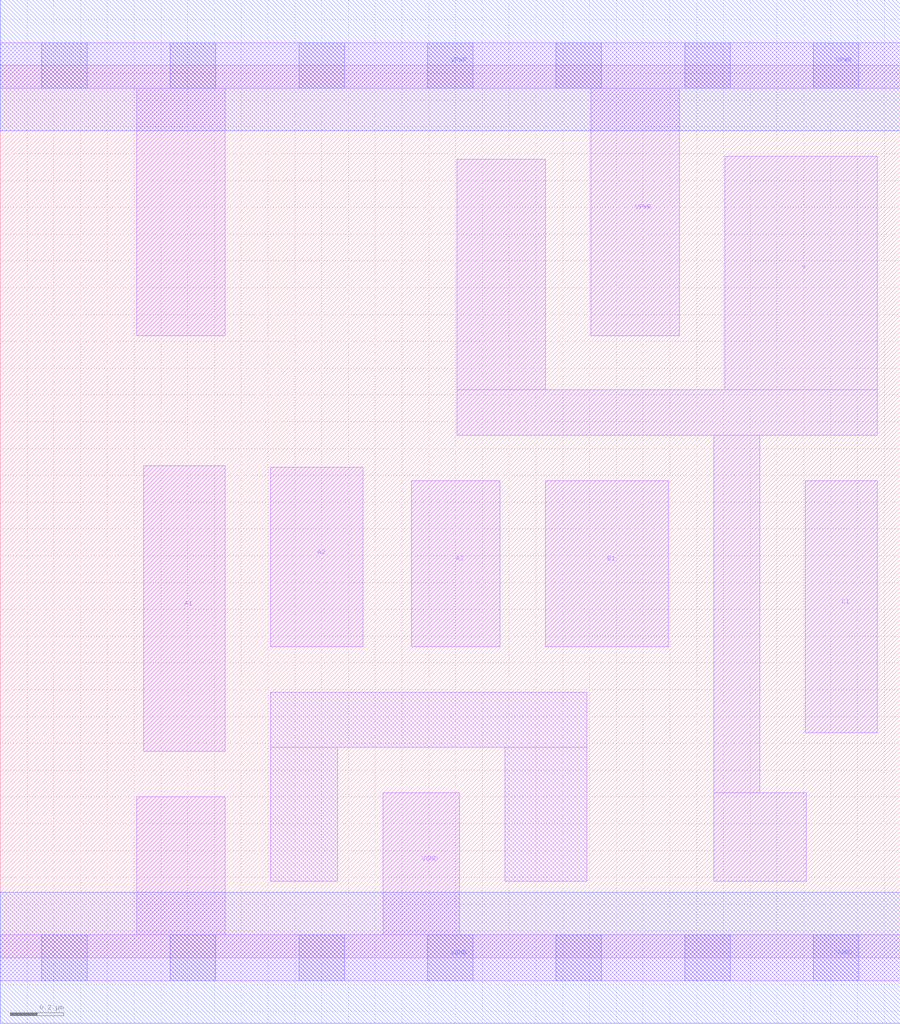
<source format=lef>
# Copyright 2020 The SkyWater PDK Authors
#
# Licensed under the Apache License, Version 2.0 (the "License");
# you may not use this file except in compliance with the License.
# You may obtain a copy of the License at
#
#     https://www.apache.org/licenses/LICENSE-2.0
#
# Unless required by applicable law or agreed to in writing, software
# distributed under the License is distributed on an "AS IS" BASIS,
# WITHOUT WARRANTIES OR CONDITIONS OF ANY KIND, either express or implied.
# See the License for the specific language governing permissions and
# limitations under the License.
#
# SPDX-License-Identifier: Apache-2.0

VERSION 5.7 ;
  NAMESCASESENSITIVE ON ;
  NOWIREEXTENSIONATPIN ON ;
  DIVIDERCHAR "/" ;
  BUSBITCHARS "[]" ;
UNITS
  DATABASE MICRONS 200 ;
END UNITS
MACRO sky130_fd_sc_lp__o311ai_0
  CLASS CORE ;
  SOURCE USER ;
  FOREIGN sky130_fd_sc_lp__o311ai_0 ;
  ORIGIN  0.000000  0.000000 ;
  SIZE  3.360000 BY  3.330000 ;
  SYMMETRY X Y R90 ;
  SITE unit ;
  PIN A1
    ANTENNAGATEAREA  0.159000 ;
    DIRECTION INPUT ;
    USE SIGNAL ;
    PORT
      LAYER li1 ;
        RECT 0.535000 0.770000 0.840000 1.835000 ;
    END
  END A1
  PIN A2
    ANTENNAGATEAREA  0.159000 ;
    DIRECTION INPUT ;
    USE SIGNAL ;
    PORT
      LAYER li1 ;
        RECT 1.010000 1.160000 1.355000 1.830000 ;
    END
  END A2
  PIN A3
    ANTENNAGATEAREA  0.159000 ;
    DIRECTION INPUT ;
    USE SIGNAL ;
    PORT
      LAYER li1 ;
        RECT 1.535000 1.160000 1.865000 1.780000 ;
    END
  END A3
  PIN B1
    ANTENNAGATEAREA  0.159000 ;
    DIRECTION INPUT ;
    USE SIGNAL ;
    PORT
      LAYER li1 ;
        RECT 2.035000 1.160000 2.495000 1.780000 ;
    END
  END B1
  PIN C1
    ANTENNAGATEAREA  0.159000 ;
    DIRECTION INPUT ;
    USE SIGNAL ;
    PORT
      LAYER li1 ;
        RECT 3.005000 0.840000 3.275000 1.780000 ;
    END
  END C1
  PIN Y
    ANTENNADIFFAREA  0.498500 ;
    DIRECTION OUTPUT ;
    USE SIGNAL ;
    PORT
      LAYER li1 ;
        RECT 1.705000 1.950000 3.275000 2.120000 ;
        RECT 1.705000 2.120000 2.035000 2.980000 ;
        RECT 2.665000 0.285000 3.010000 0.615000 ;
        RECT 2.665000 0.615000 2.835000 1.950000 ;
        RECT 2.705000 2.120000 3.275000 2.990000 ;
    END
  END Y
  PIN VGND
    DIRECTION INOUT ;
    USE GROUND ;
    PORT
      LAYER li1 ;
        RECT 0.000000 -0.085000 3.360000 0.085000 ;
        RECT 0.510000  0.085000 0.840000 0.600000 ;
        RECT 1.430000  0.085000 1.715000 0.615000 ;
      LAYER mcon ;
        RECT 0.155000 -0.085000 0.325000 0.085000 ;
        RECT 0.635000 -0.085000 0.805000 0.085000 ;
        RECT 1.115000 -0.085000 1.285000 0.085000 ;
        RECT 1.595000 -0.085000 1.765000 0.085000 ;
        RECT 2.075000 -0.085000 2.245000 0.085000 ;
        RECT 2.555000 -0.085000 2.725000 0.085000 ;
        RECT 3.035000 -0.085000 3.205000 0.085000 ;
      LAYER met1 ;
        RECT 0.000000 -0.245000 3.360000 0.245000 ;
    END
  END VGND
  PIN VPWR
    DIRECTION INOUT ;
    USE POWER ;
    PORT
      LAYER li1 ;
        RECT 0.000000 3.245000 3.360000 3.415000 ;
        RECT 0.510000 2.320000 0.840000 3.245000 ;
        RECT 2.205000 2.320000 2.535000 3.245000 ;
      LAYER mcon ;
        RECT 0.155000 3.245000 0.325000 3.415000 ;
        RECT 0.635000 3.245000 0.805000 3.415000 ;
        RECT 1.115000 3.245000 1.285000 3.415000 ;
        RECT 1.595000 3.245000 1.765000 3.415000 ;
        RECT 2.075000 3.245000 2.245000 3.415000 ;
        RECT 2.555000 3.245000 2.725000 3.415000 ;
        RECT 3.035000 3.245000 3.205000 3.415000 ;
      LAYER met1 ;
        RECT 0.000000 3.085000 3.360000 3.575000 ;
    END
  END VPWR
  OBS
    LAYER li1 ;
      RECT 1.010000 0.285000 1.260000 0.785000 ;
      RECT 1.010000 0.785000 2.190000 0.990000 ;
      RECT 1.885000 0.285000 2.190000 0.785000 ;
  END
END sky130_fd_sc_lp__o311ai_0

</source>
